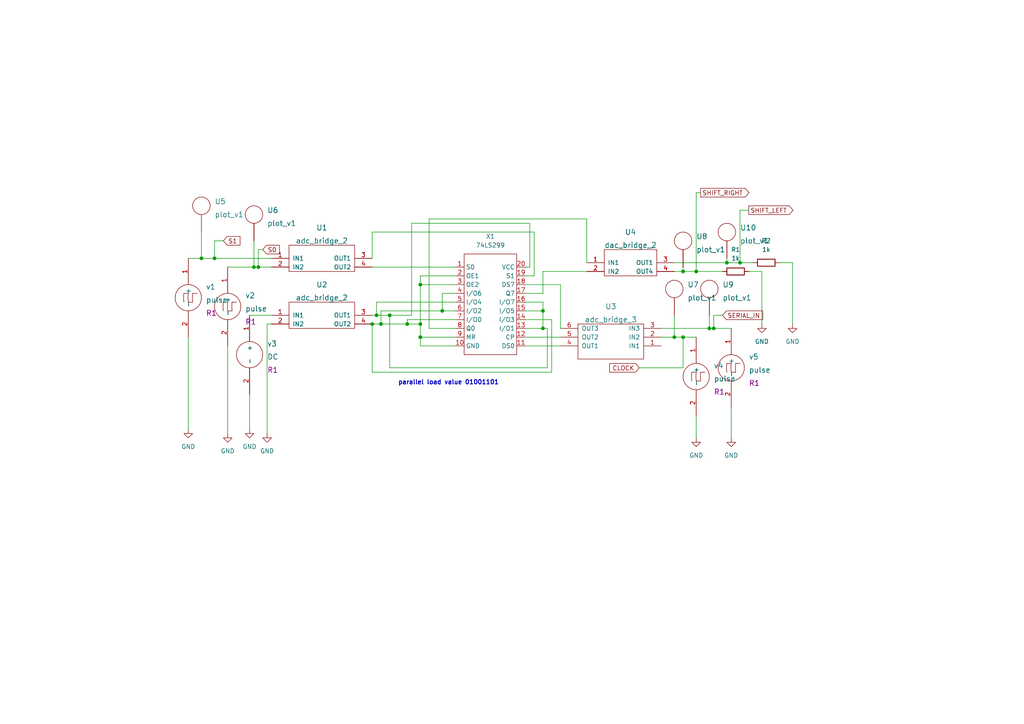
<source format=kicad_sch>
(kicad_sch (version 20211123) (generator eeschema)

  (uuid 4ee556b6-cad1-47df-808c-a35f680ef06c)

  (paper "A4")

  (lib_symbols
    (symbol "eSim_Devices:resistor" (pin_numbers hide) (pin_names (offset 0)) (in_bom yes) (on_board yes)
      (property "Reference" "R" (id 0) (at 1.27 3.302 0)
        (effects (font (size 1.27 1.27)))
      )
      (property "Value" "resistor" (id 1) (at 1.27 -1.27 0)
        (effects (font (size 1.27 1.27)))
      )
      (property "Footprint" "" (id 2) (at 1.27 -0.508 0)
        (effects (font (size 0.762 0.762)))
      )
      (property "Datasheet" "" (id 3) (at 1.27 1.27 90)
        (effects (font (size 0.762 0.762)))
      )
      (property "ki_fp_filters" "R_* Resistor_*" (id 4) (at 0 0 0)
        (effects (font (size 1.27 1.27)) hide)
      )
      (symbol "resistor_0_1"
        (rectangle (start 3.81 0.254) (end -1.27 2.286)
          (stroke (width 0.254) (type default) (color 0 0 0 0))
          (fill (type none))
        )
      )
      (symbol "resistor_1_1"
        (pin passive line (at -2.54 1.27 0) (length 1.27)
          (name "~" (effects (font (size 1.524 1.524))))
          (number "1" (effects (font (size 1.524 1.524))))
        )
        (pin passive line (at 5.08 1.27 180) (length 1.27)
          (name "~" (effects (font (size 1.524 1.524))))
          (number "2" (effects (font (size 1.524 1.524))))
        )
      )
    )
    (symbol "eSim_Hybrid:adc_bridge_2" (pin_names (offset 1.016)) (in_bom yes) (on_board yes)
      (property "Reference" "U" (id 0) (at 0 0 0)
        (effects (font (size 1.524 1.524)))
      )
      (property "Value" "adc_bridge_2" (id 1) (at 0 3.81 0)
        (effects (font (size 1.524 1.524)))
      )
      (property "Footprint" "" (id 2) (at 0 0 0)
        (effects (font (size 1.524 1.524)))
      )
      (property "Datasheet" "" (id 3) (at 0 0 0)
        (effects (font (size 1.524 1.524)))
      )
      (symbol "adc_bridge_2_0_1"
        (rectangle (start -10.16 5.08) (end 8.89 -2.54)
          (stroke (width 0) (type default) (color 0 0 0 0))
          (fill (type none))
        )
      )
      (symbol "adc_bridge_2_1_1"
        (pin input line (at -15.24 1.27 0) (length 5.08)
          (name "IN1" (effects (font (size 1.27 1.27))))
          (number "1" (effects (font (size 1.27 1.27))))
        )
        (pin input line (at -15.24 -1.27 0) (length 5.08)
          (name "IN2" (effects (font (size 1.27 1.27))))
          (number "2" (effects (font (size 1.27 1.27))))
        )
        (pin output line (at 13.97 1.27 180) (length 5.08)
          (name "OUT1" (effects (font (size 1.27 1.27))))
          (number "3" (effects (font (size 1.27 1.27))))
        )
        (pin output line (at 13.97 -1.27 180) (length 5.08)
          (name "OUT2" (effects (font (size 1.27 1.27))))
          (number "4" (effects (font (size 1.27 1.27))))
        )
      )
    )
    (symbol "eSim_Hybrid:adc_bridge_3" (pin_names (offset 1.016)) (in_bom yes) (on_board yes)
      (property "Reference" "U" (id 0) (at 0 0 0)
        (effects (font (size 1.524 1.524)))
      )
      (property "Value" "adc_bridge_3" (id 1) (at 0 3.81 0)
        (effects (font (size 1.524 1.524)))
      )
      (property "Footprint" "" (id 2) (at 0 0 0)
        (effects (font (size 1.524 1.524)))
      )
      (property "Datasheet" "" (id 3) (at 0 0 0)
        (effects (font (size 1.524 1.524)))
      )
      (symbol "adc_bridge_3_0_1"
        (rectangle (start -10.16 5.08) (end 8.89 -5.08)
          (stroke (width 0) (type default) (color 0 0 0 0))
          (fill (type none))
        )
      )
      (symbol "adc_bridge_3_1_1"
        (pin input line (at -15.24 1.27 0) (length 5.08)
          (name "IN1" (effects (font (size 1.27 1.27))))
          (number "1" (effects (font (size 1.27 1.27))))
        )
        (pin input line (at -15.24 -1.27 0) (length 5.08)
          (name "IN2" (effects (font (size 1.27 1.27))))
          (number "2" (effects (font (size 1.27 1.27))))
        )
        (pin input line (at -15.24 -3.81 0) (length 5.08)
          (name "IN3" (effects (font (size 1.27 1.27))))
          (number "3" (effects (font (size 1.27 1.27))))
        )
        (pin output line (at 13.97 1.27 180) (length 5.08)
          (name "OUT1" (effects (font (size 1.27 1.27))))
          (number "4" (effects (font (size 1.27 1.27))))
        )
        (pin output line (at 13.97 -1.27 180) (length 5.08)
          (name "OUT2" (effects (font (size 1.27 1.27))))
          (number "5" (effects (font (size 1.27 1.27))))
        )
        (pin output line (at 13.97 -3.81 180) (length 5.08)
          (name "OUT3" (effects (font (size 1.27 1.27))))
          (number "6" (effects (font (size 1.27 1.27))))
        )
      )
    )
    (symbol "eSim_Hybrid:dac_bridge_2" (pin_names (offset 1.016)) (in_bom yes) (on_board yes)
      (property "Reference" "U" (id 0) (at 0 0 0)
        (effects (font (size 1.524 1.524)))
      )
      (property "Value" "dac_bridge_2" (id 1) (at 1.27 3.81 0)
        (effects (font (size 1.524 1.524)))
      )
      (property "Footprint" "" (id 2) (at 0 0 0)
        (effects (font (size 1.524 1.524)))
      )
      (property "Datasheet" "" (id 3) (at 0 0 0)
        (effects (font (size 1.524 1.524)))
      )
      (symbol "dac_bridge_2_0_1"
        (rectangle (start -6.35 5.08) (end 8.89 -2.54)
          (stroke (width 0) (type default) (color 0 0 0 0))
          (fill (type none))
        )
      )
      (symbol "dac_bridge_2_1_1"
        (pin input line (at -11.43 1.27 0) (length 5.08)
          (name "IN1" (effects (font (size 1.27 1.27))))
          (number "1" (effects (font (size 1.27 1.27))))
        )
        (pin input line (at -11.43 -1.27 0) (length 5.08)
          (name "IN2" (effects (font (size 1.27 1.27))))
          (number "2" (effects (font (size 1.27 1.27))))
        )
        (pin output line (at 13.97 1.27 180) (length 5.08)
          (name "OUT1" (effects (font (size 1.27 1.27))))
          (number "3" (effects (font (size 1.27 1.27))))
        )
        (pin output line (at 13.97 -1.27 180) (length 5.08)
          (name "OUT4" (effects (font (size 1.27 1.27))))
          (number "4" (effects (font (size 1.27 1.27))))
        )
      )
    )
    (symbol "eSim_Plot:plot_v1" (pin_names (offset 1.016)) (in_bom yes) (on_board yes)
      (property "Reference" "U" (id 0) (at 0 12.7 0)
        (effects (font (size 1.524 1.524)))
      )
      (property "Value" "plot_v1" (id 1) (at 5.08 8.89 0)
        (effects (font (size 1.524 1.524)))
      )
      (property "Footprint" "" (id 2) (at 0 0 0)
        (effects (font (size 1.524 1.524)))
      )
      (property "Datasheet" "" (id 3) (at 0 0 0)
        (effects (font (size 1.524 1.524)))
      )
      (symbol "plot_v1_0_1"
        (circle (center 0 12.7) (radius 2.54)
          (stroke (width 0) (type default) (color 0 0 0 0))
          (fill (type none))
        )
      )
      (symbol "plot_v1_1_1"
        (pin input line (at 0 5.08 90) (length 5.08)
          (name "~" (effects (font (size 1.27 1.27))))
          (number "~" (effects (font (size 1.27 1.27))))
        )
      )
    )
    (symbol "eSim_Power:eSim_GND" (power) (pin_names (offset 0)) (in_bom yes) (on_board yes)
      (property "Reference" "#PWR" (id 0) (at 0 -6.35 0)
        (effects (font (size 1.27 1.27)) hide)
      )
      (property "Value" "eSim_GND" (id 1) (at 0 -3.81 0)
        (effects (font (size 1.27 1.27)))
      )
      (property "Footprint" "" (id 2) (at 0 0 0)
        (effects (font (size 1.27 1.27)) hide)
      )
      (property "Datasheet" "" (id 3) (at 0 0 0)
        (effects (font (size 1.27 1.27)) hide)
      )
      (symbol "eSim_GND_0_1"
        (polyline
          (pts
            (xy 0 0)
            (xy 0 -1.27)
            (xy 1.27 -1.27)
            (xy 0 -2.54)
            (xy -1.27 -1.27)
            (xy 0 -1.27)
          )
          (stroke (width 0) (type default) (color 0 0 0 0))
          (fill (type none))
        )
      )
      (symbol "eSim_GND_1_1"
        (pin power_in line (at 0 0 270) (length 0) hide
          (name "GND" (effects (font (size 1.27 1.27))))
          (number "1" (effects (font (size 1.27 1.27))))
        )
      )
    )
    (symbol "eSim_Sources:DC" (pin_names (offset 1.016)) (in_bom yes) (on_board yes)
      (property "Reference" "v" (id 0) (at -5.08 2.54 0)
        (effects (font (size 1.524 1.524)))
      )
      (property "Value" "DC" (id 1) (at -5.08 -1.27 0)
        (effects (font (size 1.524 1.524)))
      )
      (property "Footprint" "R1" (id 2) (at -7.62 0 0)
        (effects (font (size 1.524 1.524)))
      )
      (property "Datasheet" "" (id 3) (at 0 0 0)
        (effects (font (size 1.524 1.524)))
      )
      (property "ki_fp_filters" "1_pin" (id 4) (at 0 0 0)
        (effects (font (size 1.27 1.27)) hide)
      )
      (symbol "DC_0_1"
        (circle (center 0 0) (radius 3.81)
          (stroke (width 0) (type default) (color 0 0 0 0))
          (fill (type none))
        )
      )
      (symbol "DC_1_1"
        (pin power_out line (at 0 11.43 270) (length 7.62)
          (name "+" (effects (font (size 1.27 1.27))))
          (number "1" (effects (font (size 1.27 1.27))))
        )
        (pin power_out line (at 0 -11.43 90) (length 7.62)
          (name "-" (effects (font (size 1.27 1.27))))
          (number "2" (effects (font (size 1.27 1.27))))
        )
      )
    )
    (symbol "eSim_Sources:pulse" (pin_names (offset 1.016)) (in_bom yes) (on_board yes)
      (property "Reference" "v" (id 0) (at -5.08 2.54 0)
        (effects (font (size 1.524 1.524)))
      )
      (property "Value" "pulse" (id 1) (at -5.08 -1.27 0)
        (effects (font (size 1.524 1.524)))
      )
      (property "Footprint" "R1" (id 2) (at -7.62 0 0)
        (effects (font (size 1.524 1.524)))
      )
      (property "Datasheet" "" (id 3) (at 0 0 0)
        (effects (font (size 1.524 1.524)))
      )
      (property "ki_fp_filters" "1_pin" (id 4) (at 0 0 0)
        (effects (font (size 1.27 1.27)) hide)
      )
      (symbol "pulse_0_1"
        (arc (start -1.27 1.27) (mid -1.3491 0) (end -1.27 -1.27)
          (stroke (width 0) (type default) (color 0 0 0 0))
          (fill (type none))
        )
        (arc (start 0 -1.27) (mid 0.635 -1.2876) (end 1.27 -1.27)
          (stroke (width 0) (type default) (color 0 0 0 0))
          (fill (type none))
        )
        (circle (center 0 0) (radius 3.81)
          (stroke (width 0) (type default) (color 0 0 0 0))
          (fill (type none))
        )
        (arc (start 0 1.27) (mid -0.635 1.2859) (end -1.27 1.27)
          (stroke (width 0) (type default) (color 0 0 0 0))
          (fill (type none))
        )
        (arc (start 0 1.27) (mid -0.0703 0) (end 0 -1.27)
          (stroke (width 0) (type default) (color 0 0 0 0))
          (fill (type none))
        )
        (arc (start 1.27 1.27) (mid 1.2124 0) (end 1.27 -1.27)
          (stroke (width 0) (type default) (color 0 0 0 0))
          (fill (type none))
        )
        (arc (start 1.27 1.27) (mid 1.905 1.2556) (end 2.54 1.27)
          (stroke (width 0) (type default) (color 0 0 0 0))
          (fill (type none))
        )
      )
      (symbol "pulse_1_1"
        (pin passive line (at 0 11.43 270) (length 7.62)
          (name "+" (effects (font (size 1.27 1.27))))
          (number "1" (effects (font (size 1.27 1.27))))
        )
        (pin passive line (at 0 -11.43 90) (length 7.62)
          (name "-" (effects (font (size 1.27 1.27))))
          (number "2" (effects (font (size 1.27 1.27))))
        )
      )
    )
    (symbol "eSim_Subckt:74LS299" (in_bom yes) (on_board yes)
      (property "Reference" "X" (id 0) (at 0 -8.89 0)
        (effects (font (size 1.27 1.27)))
      )
      (property "Value" "74LS299" (id 1) (at 0 22.86 0)
        (effects (font (size 1.27 1.27)))
      )
      (property "Footprint" "" (id 2) (at 0 0 0)
        (effects (font (size 1.27 1.27)) hide)
      )
      (property "Datasheet" "" (id 3) (at 0 0 0)
        (effects (font (size 1.27 1.27)) hide)
      )
      (symbol "74LS299_0_1"
        (rectangle (start -7.62 21.59) (end 7.62 -7.62)
          (stroke (width 0) (type default) (color 0 0 0 0))
          (fill (type none))
        )
      )
      (symbol "74LS299_1_1"
        (pin input line (at -10.16 17.78 0) (length 2.54)
          (name "S0" (effects (font (size 1.27 1.27))))
          (number "1" (effects (font (size 1.27 1.27))))
        )
        (pin input line (at -10.16 -5.08 0) (length 2.54)
          (name "GND" (effects (font (size 1.27 1.27))))
          (number "10" (effects (font (size 1.27 1.27))))
        )
        (pin input line (at 10.16 -5.08 180) (length 2.54)
          (name "DS0" (effects (font (size 1.27 1.27))))
          (number "11" (effects (font (size 1.27 1.27))))
        )
        (pin input line (at 10.16 -2.54 180) (length 2.54)
          (name "CP" (effects (font (size 1.27 1.27))))
          (number "12" (effects (font (size 1.27 1.27))))
        )
        (pin input line (at 10.16 0 180) (length 2.54)
          (name "I/O1" (effects (font (size 1.27 1.27))))
          (number "13" (effects (font (size 1.27 1.27))))
        )
        (pin input line (at 10.16 2.54 180) (length 2.54)
          (name "I/O3" (effects (font (size 1.27 1.27))))
          (number "14" (effects (font (size 1.27 1.27))))
        )
        (pin input line (at 10.16 5.08 180) (length 2.54)
          (name "I/O5" (effects (font (size 1.27 1.27))))
          (number "15" (effects (font (size 1.27 1.27))))
        )
        (pin input line (at 10.16 7.62 180) (length 2.54)
          (name "I/O7" (effects (font (size 1.27 1.27))))
          (number "16" (effects (font (size 1.27 1.27))))
        )
        (pin output line (at 10.16 10.16 180) (length 2.54)
          (name "Q7" (effects (font (size 1.27 1.27))))
          (number "17" (effects (font (size 1.27 1.27))))
        )
        (pin input line (at 10.16 12.7 180) (length 2.54)
          (name "DS7" (effects (font (size 1.27 1.27))))
          (number "18" (effects (font (size 1.27 1.27))))
        )
        (pin input line (at 10.16 15.24 180) (length 2.54)
          (name "S1" (effects (font (size 1.27 1.27))))
          (number "19" (effects (font (size 1.27 1.27))))
        )
        (pin input line (at -10.16 15.24 0) (length 2.54)
          (name "OE1" (effects (font (size 1.27 1.27))))
          (number "2" (effects (font (size 1.27 1.27))))
        )
        (pin input line (at 10.16 17.78 180) (length 2.54)
          (name "VCC" (effects (font (size 1.27 1.27))))
          (number "20" (effects (font (size 1.27 1.27))))
        )
        (pin input line (at -10.16 12.7 0) (length 2.54)
          (name "OE2" (effects (font (size 1.27 1.27))))
          (number "3" (effects (font (size 1.27 1.27))))
        )
        (pin input line (at -10.16 10.16 0) (length 2.54)
          (name "I/O6" (effects (font (size 1.27 1.27))))
          (number "4" (effects (font (size 1.27 1.27))))
        )
        (pin input line (at -10.16 7.62 0) (length 2.54)
          (name "I/O4" (effects (font (size 1.27 1.27))))
          (number "5" (effects (font (size 1.27 1.27))))
        )
        (pin input line (at -10.16 5.08 0) (length 2.54)
          (name "I/O2" (effects (font (size 1.27 1.27))))
          (number "6" (effects (font (size 1.27 1.27))))
        )
        (pin input line (at -10.16 2.54 0) (length 2.54)
          (name "I/O0" (effects (font (size 1.27 1.27))))
          (number "7" (effects (font (size 1.27 1.27))))
        )
        (pin output line (at -10.16 0 0) (length 2.54)
          (name "Q0" (effects (font (size 1.27 1.27))))
          (number "8" (effects (font (size 1.27 1.27))))
        )
        (pin input line (at -10.16 -2.54 0) (length 2.54)
          (name "MR" (effects (font (size 1.27 1.27))))
          (number "9" (effects (font (size 1.27 1.27))))
        )
      )
    )
  )


  (junction (at 58.42 74.93) (diameter 0) (color 0 0 0 0)
    (uuid 0869adca-52ce-40bf-8663-c143902423a7)
  )
  (junction (at 205.74 95.25) (diameter 0) (color 0 0 0 0)
    (uuid 1f014f49-7245-4df4-8049-8585cc98d79c)
  )
  (junction (at 113.03 91.44) (diameter 0) (color 0 0 0 0)
    (uuid 24f664f6-4718-413c-aca7-bb156f8ca5fb)
  )
  (junction (at 198.12 78.74) (diameter 0) (color 0 0 0 0)
    (uuid 2e30943e-626a-42c8-9dd2-79223ea9af38)
  )
  (junction (at 107.95 93.98) (diameter 0) (color 0 0 0 0)
    (uuid 47693fbe-58c7-4b9c-9f23-c0abe1a1142b)
  )
  (junction (at 157.48 90.17) (diameter 0) (color 0 0 0 0)
    (uuid 481ea56b-44cc-475a-ab76-ae4365c9c24e)
  )
  (junction (at 118.11 93.98) (diameter 0) (color 0 0 0 0)
    (uuid 53b4796f-e8c9-4db9-a61a-759f1f99246f)
  )
  (junction (at 207.01 95.25) (diameter 0) (color 0 0 0 0)
    (uuid 5ed65c58-6cd8-4d08-b9d1-928ed66c3286)
  )
  (junction (at 62.23 74.93) (diameter 0) (color 0 0 0 0)
    (uuid 5fd3c16d-a551-4bb9-a313-975a36ef3280)
  )
  (junction (at 195.58 97.79) (diameter 0) (color 0 0 0 0)
    (uuid 665d8eb4-76a4-4072-9374-31234a13f678)
  )
  (junction (at 74.93 77.47) (diameter 0) (color 0 0 0 0)
    (uuid 68be0f7e-cd3c-42dc-8616-dea509ef6518)
  )
  (junction (at 201.93 78.74) (diameter 0) (color 0 0 0 0)
    (uuid 6e45e399-4c22-4ee4-bea1-88fb25cce455)
  )
  (junction (at 73.66 77.47) (diameter 0) (color 0 0 0 0)
    (uuid 8234498e-4a17-48d0-a10b-cf6ef7c4cffe)
  )
  (junction (at 121.92 82.55) (diameter 0) (color 0 0 0 0)
    (uuid 86d50826-7d18-4102-b8aa-c9fb6d5813ab)
  )
  (junction (at 121.92 97.79) (diameter 0) (color 0 0 0 0)
    (uuid 9117a05d-3f86-46cc-a3f0-23917529180e)
  )
  (junction (at 121.92 93.98) (diameter 0) (color 0 0 0 0)
    (uuid aa77a828-f2a4-4483-adfb-daf8f300c747)
  )
  (junction (at 110.49 93.98) (diameter 0) (color 0 0 0 0)
    (uuid b8dbcc4f-a0ff-4b3c-b22c-5c35219eb0f6)
  )
  (junction (at 214.63 76.2) (diameter 0) (color 0 0 0 0)
    (uuid b9843710-087a-4f9b-8e4b-6d3d9e2619de)
  )
  (junction (at 109.22 91.44) (diameter 0) (color 0 0 0 0)
    (uuid c16192c4-e522-49ec-b121-b819fbd995d4)
  )
  (junction (at 128.27 90.17) (diameter 0) (color 0 0 0 0)
    (uuid dee43880-d5e9-45c1-941e-159e10faa647)
  )
  (junction (at 198.12 97.79) (diameter 0) (color 0 0 0 0)
    (uuid e3d8c4f9-4987-466b-afb0-333e212bc108)
  )
  (junction (at 210.82 76.2) (diameter 0) (color 0 0 0 0)
    (uuid ee3a0c24-db85-4b35-8050-448d61cf5c75)
  )
  (junction (at 157.48 95.25) (diameter 0) (color 0 0 0 0)
    (uuid fb50efad-aa4c-41e6-8bcc-a4d1ab05c3c9)
  )

  (wire (pts (xy 152.4 92.71) (xy 160.02 92.71))
    (stroke (width 0) (type default) (color 0 0 0 0))
    (uuid 02bdb1a7-abf4-4bb1-8621-b93a9b91517d)
  )
  (wire (pts (xy 118.11 92.71) (xy 118.11 93.98))
    (stroke (width 0) (type default) (color 0 0 0 0))
    (uuid 03478c3e-2680-40d8-90ee-42d4c827c7fe)
  )
  (wire (pts (xy 152.4 90.17) (xy 157.48 90.17))
    (stroke (width 0) (type default) (color 0 0 0 0))
    (uuid 03a38afe-268f-47d5-9669-328fa81d6494)
  )
  (wire (pts (xy 113.03 91.44) (xy 119.38 91.44))
    (stroke (width 0) (type default) (color 0 0 0 0))
    (uuid 06cce8ea-3e11-432a-b702-cda9099b8ccc)
  )
  (wire (pts (xy 220.98 78.74) (xy 220.98 93.98))
    (stroke (width 0) (type default) (color 0 0 0 0))
    (uuid 07f7cadf-76cf-456e-befa-7351885ad46f)
  )
  (wire (pts (xy 121.92 82.55) (xy 121.92 80.01))
    (stroke (width 0) (type default) (color 0 0 0 0))
    (uuid 0ac03e9f-8b11-4c67-a8f6-91d7e28c3900)
  )
  (wire (pts (xy 107.95 77.47) (xy 132.08 77.47))
    (stroke (width 0) (type default) (color 0 0 0 0))
    (uuid 0dc18323-c4f9-484e-94bf-cb15b98dfbc4)
  )
  (wire (pts (xy 153.67 64.77) (xy 153.67 77.47))
    (stroke (width 0) (type default) (color 0 0 0 0))
    (uuid 0f408729-69d9-42c8-ace3-b25a79a00b87)
  )
  (wire (pts (xy 201.93 55.88) (xy 201.93 78.74))
    (stroke (width 0) (type default) (color 0 0 0 0))
    (uuid 11d9e08f-32a2-4d2a-b017-4051768b5245)
  )
  (wire (pts (xy 217.17 78.74) (xy 220.98 78.74))
    (stroke (width 0) (type default) (color 0 0 0 0))
    (uuid 136b32e2-1d14-4f59-be72-3cb3d5cedcb8)
  )
  (wire (pts (xy 214.63 60.96) (xy 214.63 76.2))
    (stroke (width 0) (type default) (color 0 0 0 0))
    (uuid 1381495e-bf05-4716-8bd6-540e8d075892)
  )
  (wire (pts (xy 119.38 91.44) (xy 119.38 64.77))
    (stroke (width 0) (type default) (color 0 0 0 0))
    (uuid 1824aa10-9e34-4a3b-8ce9-d9884a6ee495)
  )
  (wire (pts (xy 152.4 100.33) (xy 162.56 100.33))
    (stroke (width 0) (type default) (color 0 0 0 0))
    (uuid 1da464a0-d4e4-4a92-8fe8-df7dd5be8bee)
  )
  (wire (pts (xy 121.92 100.33) (xy 121.92 97.79))
    (stroke (width 0) (type default) (color 0 0 0 0))
    (uuid 1e4ec582-4629-45af-928b-7e26f2e8a1ad)
  )
  (wire (pts (xy 107.95 67.31) (xy 154.94 67.31))
    (stroke (width 0) (type default) (color 0 0 0 0))
    (uuid 1f0abe51-488b-45e1-a897-c93ab1f4f9a0)
  )
  (wire (pts (xy 109.22 91.44) (xy 113.03 91.44))
    (stroke (width 0) (type default) (color 0 0 0 0))
    (uuid 203ae136-11ed-4d46-819e-82d338d69be3)
  )
  (wire (pts (xy 107.95 93.98) (xy 110.49 93.98))
    (stroke (width 0) (type default) (color 0 0 0 0))
    (uuid 21d0fd28-bcea-401d-b033-0eddac352cf0)
  )
  (wire (pts (xy 214.63 76.2) (xy 218.44 76.2))
    (stroke (width 0) (type default) (color 0 0 0 0))
    (uuid 268f4fce-a7c7-4485-afb9-85cbf5b35540)
  )
  (wire (pts (xy 212.09 118.11) (xy 212.09 127))
    (stroke (width 0) (type default) (color 0 0 0 0))
    (uuid 291eff16-4ff2-4160-8fef-a9d4b6e40cd6)
  )
  (wire (pts (xy 198.12 77.47) (xy 198.12 78.74))
    (stroke (width 0) (type default) (color 0 0 0 0))
    (uuid 293241fe-7cb4-45dd-9149-806c73db93e7)
  )
  (wire (pts (xy 229.87 76.2) (xy 229.87 93.98))
    (stroke (width 0) (type default) (color 0 0 0 0))
    (uuid 2cd3822c-06b3-4591-a3f6-5539417477fb)
  )
  (wire (pts (xy 195.58 78.74) (xy 198.12 78.74))
    (stroke (width 0) (type default) (color 0 0 0 0))
    (uuid 2f078bbd-1917-4e4f-b099-c69ae093fd22)
  )
  (wire (pts (xy 191.77 95.25) (xy 205.74 95.25))
    (stroke (width 0) (type default) (color 0 0 0 0))
    (uuid 32f76b9c-7290-4a74-8a13-925fea4208d5)
  )
  (wire (pts (xy 132.08 95.25) (xy 124.46 95.25))
    (stroke (width 0) (type default) (color 0 0 0 0))
    (uuid 350285d7-bfb9-4a1f-8d65-8392ba61d5c7)
  )
  (wire (pts (xy 121.92 97.79) (xy 132.08 97.79))
    (stroke (width 0) (type default) (color 0 0 0 0))
    (uuid 385e46ba-41ad-4786-88de-8392bc587f6e)
  )
  (wire (pts (xy 195.58 91.44) (xy 195.58 97.79))
    (stroke (width 0) (type default) (color 0 0 0 0))
    (uuid 3c18c8de-696a-4e38-b2f6-5d0d5e646257)
  )
  (wire (pts (xy 210.82 74.93) (xy 210.82 76.2))
    (stroke (width 0) (type default) (color 0 0 0 0))
    (uuid 3fe4b6f1-98b3-4d24-906d-7e111951e1e0)
  )
  (wire (pts (xy 54.61 74.93) (xy 58.42 74.93))
    (stroke (width 0) (type default) (color 0 0 0 0))
    (uuid 400f3322-f62d-47e0-ade1-f9236fad846a)
  )
  (wire (pts (xy 152.4 97.79) (xy 162.56 97.79))
    (stroke (width 0) (type default) (color 0 0 0 0))
    (uuid 426c073b-46cc-4098-9345-09182b688af9)
  )
  (wire (pts (xy 132.08 87.63) (xy 109.22 87.63))
    (stroke (width 0) (type default) (color 0 0 0 0))
    (uuid 4444fcc6-f4ea-4267-b716-1ce9b8f1c26d)
  )
  (wire (pts (xy 66.04 77.47) (xy 73.66 77.47))
    (stroke (width 0) (type default) (color 0 0 0 0))
    (uuid 46368950-6075-4000-b9e0-7fae980c2933)
  )
  (wire (pts (xy 154.94 80.01) (xy 152.4 80.01))
    (stroke (width 0) (type default) (color 0 0 0 0))
    (uuid 46bad267-7944-4ec9-a50c-fc71cb351847)
  )
  (wire (pts (xy 72.39 91.44) (xy 78.74 91.44))
    (stroke (width 0) (type default) (color 0 0 0 0))
    (uuid 4793e47c-ab6d-4c4c-bc97-9fe4acc6f87b)
  )
  (wire (pts (xy 154.94 67.31) (xy 154.94 80.01))
    (stroke (width 0) (type default) (color 0 0 0 0))
    (uuid 4cbb392f-861b-476f-aa5c-8dad45fbc1dc)
  )
  (wire (pts (xy 62.23 74.93) (xy 78.74 74.93))
    (stroke (width 0) (type default) (color 0 0 0 0))
    (uuid 4ddb96c2-74d4-445f-853c-46828d9a3a60)
  )
  (wire (pts (xy 121.92 93.98) (xy 121.92 82.55))
    (stroke (width 0) (type default) (color 0 0 0 0))
    (uuid 523cc87a-f641-437f-beb4-7f16aa4b416e)
  )
  (wire (pts (xy 109.22 87.63) (xy 109.22 91.44))
    (stroke (width 0) (type default) (color 0 0 0 0))
    (uuid 53abeaf9-1df3-4560-a5cf-5d26de87efe5)
  )
  (wire (pts (xy 73.66 69.85) (xy 73.66 77.47))
    (stroke (width 0) (type default) (color 0 0 0 0))
    (uuid 56b82976-c6bc-4150-ae08-23636b0516df)
  )
  (wire (pts (xy 210.82 76.2) (xy 214.63 76.2))
    (stroke (width 0) (type default) (color 0 0 0 0))
    (uuid 57a1f510-63b8-4bfa-ac63-b448d1adb82d)
  )
  (wire (pts (xy 110.49 93.98) (xy 118.11 93.98))
    (stroke (width 0) (type default) (color 0 0 0 0))
    (uuid 5923b7b1-1e6b-40b5-a43c-647ef349eca1)
  )
  (wire (pts (xy 132.08 85.09) (xy 128.27 85.09))
    (stroke (width 0) (type default) (color 0 0 0 0))
    (uuid 5bdf1b01-4ced-4921-abf9-dc3d38f1bd8c)
  )
  (wire (pts (xy 158.75 95.25) (xy 158.75 106.68))
    (stroke (width 0) (type default) (color 0 0 0 0))
    (uuid 62096b2c-e6ae-4ce3-a488-b2b815fa1525)
  )
  (wire (pts (xy 64.77 69.85) (xy 62.23 69.85))
    (stroke (width 0) (type default) (color 0 0 0 0))
    (uuid 656a7b33-c580-431b-ba36-c6440c098705)
  )
  (wire (pts (xy 128.27 90.17) (xy 110.49 90.17))
    (stroke (width 0) (type default) (color 0 0 0 0))
    (uuid 66bb9fab-78c6-453c-89ec-0328436edc67)
  )
  (wire (pts (xy 217.17 60.96) (xy 214.63 60.96))
    (stroke (width 0) (type default) (color 0 0 0 0))
    (uuid 6c0921bc-00bf-448c-9a15-85cf19ae637f)
  )
  (wire (pts (xy 119.38 64.77) (xy 153.67 64.77))
    (stroke (width 0) (type default) (color 0 0 0 0))
    (uuid 704ec005-c0b4-4f2c-a0ae-e3d5abd32c1f)
  )
  (wire (pts (xy 110.49 90.17) (xy 110.49 93.98))
    (stroke (width 0) (type default) (color 0 0 0 0))
    (uuid 724c32c9-84a4-425c-98d7-94cf924446cb)
  )
  (wire (pts (xy 124.46 95.25) (xy 124.46 63.5))
    (stroke (width 0) (type default) (color 0 0 0 0))
    (uuid 74489374-a489-4462-893e-e6808ac736ef)
  )
  (wire (pts (xy 121.92 80.01) (xy 132.08 80.01))
    (stroke (width 0) (type default) (color 0 0 0 0))
    (uuid 77df6899-a2ae-4a14-af09-f3bde0f39486)
  )
  (wire (pts (xy 152.4 87.63) (xy 157.48 87.63))
    (stroke (width 0) (type default) (color 0 0 0 0))
    (uuid 7dd4a1e9-8691-4424-8494-671a2f84fda6)
  )
  (wire (pts (xy 58.42 67.31) (xy 58.42 74.93))
    (stroke (width 0) (type default) (color 0 0 0 0))
    (uuid 7ed9bf2f-1a9e-4f97-8254-db3cbe8a42fd)
  )
  (wire (pts (xy 72.39 114.3) (xy 72.39 124.46))
    (stroke (width 0) (type default) (color 0 0 0 0))
    (uuid 82e3d151-05cf-442f-ab21-e23083dbbb67)
  )
  (wire (pts (xy 209.55 91.44) (xy 207.01 91.44))
    (stroke (width 0) (type default) (color 0 0 0 0))
    (uuid 852356da-959d-419e-8210-951fbe8e140f)
  )
  (wire (pts (xy 107.95 107.95) (xy 160.02 107.95))
    (stroke (width 0) (type default) (color 0 0 0 0))
    (uuid 85dae609-46c0-49cb-8e9e-0df2ce5bc685)
  )
  (wire (pts (xy 107.95 91.44) (xy 109.22 91.44))
    (stroke (width 0) (type default) (color 0 0 0 0))
    (uuid 870c7141-c7d4-4a93-bedd-3a79b35bde53)
  )
  (wire (pts (xy 195.58 76.2) (xy 210.82 76.2))
    (stroke (width 0) (type default) (color 0 0 0 0))
    (uuid 8d58d5eb-7f68-4eab-bcae-95c14cc31e5a)
  )
  (wire (pts (xy 66.04 100.33) (xy 66.04 125.73))
    (stroke (width 0) (type default) (color 0 0 0 0))
    (uuid 9100c0c3-043a-42a9-b5c5-a8ea1c9e4719)
  )
  (wire (pts (xy 74.93 77.47) (xy 78.74 77.47))
    (stroke (width 0) (type default) (color 0 0 0 0))
    (uuid 91f97dad-177d-41a9-94d0-e5ce88b30dce)
  )
  (wire (pts (xy 157.48 95.25) (xy 158.75 95.25))
    (stroke (width 0) (type default) (color 0 0 0 0))
    (uuid 9229d56e-7282-4625-9df4-665b5454632f)
  )
  (wire (pts (xy 152.4 82.55) (xy 162.56 82.55))
    (stroke (width 0) (type default) (color 0 0 0 0))
    (uuid 9251f8de-b531-45ab-afdb-92abbb3d443b)
  )
  (wire (pts (xy 157.48 87.63) (xy 157.48 90.17))
    (stroke (width 0) (type default) (color 0 0 0 0))
    (uuid 9490c736-a514-42d5-b0ff-579595b40f2d)
  )
  (wire (pts (xy 152.4 85.09) (xy 157.48 85.09))
    (stroke (width 0) (type default) (color 0 0 0 0))
    (uuid 958f8f62-0a9f-49c7-8553-92134b58c131)
  )
  (wire (pts (xy 191.77 97.79) (xy 195.58 97.79))
    (stroke (width 0) (type default) (color 0 0 0 0))
    (uuid 96848412-c9c5-472a-9829-45ee6fdc0098)
  )
  (wire (pts (xy 107.95 74.93) (xy 107.95 67.31))
    (stroke (width 0) (type default) (color 0 0 0 0))
    (uuid 975d31a5-d8d8-4274-87e0-e5af79cbdad0)
  )
  (wire (pts (xy 162.56 82.55) (xy 162.56 95.25))
    (stroke (width 0) (type default) (color 0 0 0 0))
    (uuid 9a1d2270-5027-4522-95e3-f9620d90d80f)
  )
  (wire (pts (xy 157.48 78.74) (xy 170.18 78.74))
    (stroke (width 0) (type default) (color 0 0 0 0))
    (uuid 9e8a620c-1e54-47ea-8649-68c96434d092)
  )
  (wire (pts (xy 128.27 85.09) (xy 128.27 90.17))
    (stroke (width 0) (type default) (color 0 0 0 0))
    (uuid a08965e4-445a-40b9-8987-2a45762affef)
  )
  (wire (pts (xy 121.92 82.55) (xy 132.08 82.55))
    (stroke (width 0) (type default) (color 0 0 0 0))
    (uuid a356f6a5-4c6d-433e-aebb-9d5d25feed1f)
  )
  (wire (pts (xy 62.23 69.85) (xy 62.23 74.93))
    (stroke (width 0) (type default) (color 0 0 0 0))
    (uuid a566fda3-92b2-4429-978c-dc07baf171c6)
  )
  (wire (pts (xy 205.74 95.25) (xy 207.01 95.25))
    (stroke (width 0) (type default) (color 0 0 0 0))
    (uuid aaebf67b-fb3d-414b-906d-0d42ff3a511c)
  )
  (wire (pts (xy 198.12 106.68) (xy 198.12 97.79))
    (stroke (width 0) (type default) (color 0 0 0 0))
    (uuid ac1e6c13-c40b-45bc-b92b-eff139adf139)
  )
  (wire (pts (xy 74.93 72.39) (xy 74.93 77.47))
    (stroke (width 0) (type default) (color 0 0 0 0))
    (uuid ad5b98fe-1ea5-49ae-a2f2-632b0d4495a5)
  )
  (wire (pts (xy 132.08 92.71) (xy 118.11 92.71))
    (stroke (width 0) (type default) (color 0 0 0 0))
    (uuid afa28736-9062-4097-a54a-10e149491efc)
  )
  (wire (pts (xy 76.2 72.39) (xy 74.93 72.39))
    (stroke (width 0) (type default) (color 0 0 0 0))
    (uuid afdca3e4-38dd-4f6b-83b7-9dda1a73af4f)
  )
  (wire (pts (xy 132.08 100.33) (xy 121.92 100.33))
    (stroke (width 0) (type default) (color 0 0 0 0))
    (uuid b9940d21-cc98-4d29-9dd2-582bb0e407f1)
  )
  (wire (pts (xy 158.75 106.68) (xy 113.03 106.68))
    (stroke (width 0) (type default) (color 0 0 0 0))
    (uuid bb5fb0d3-12e2-428d-ace8-07981f9945c1)
  )
  (wire (pts (xy 118.11 93.98) (xy 121.92 93.98))
    (stroke (width 0) (type default) (color 0 0 0 0))
    (uuid bdc63246-8ca3-4fc3-83a0-3b60b0a01092)
  )
  (wire (pts (xy 207.01 91.44) (xy 207.01 95.25))
    (stroke (width 0) (type default) (color 0 0 0 0))
    (uuid be9fe757-73a3-4d5b-bc60-cde714bfe543)
  )
  (wire (pts (xy 207.01 95.25) (xy 212.09 95.25))
    (stroke (width 0) (type default) (color 0 0 0 0))
    (uuid bef1b066-eb47-40ec-953f-46ac34a74608)
  )
  (wire (pts (xy 170.18 63.5) (xy 170.18 76.2))
    (stroke (width 0) (type default) (color 0 0 0 0))
    (uuid c361e05d-25af-4dd9-9e18-8a5f76824c0f)
  )
  (wire (pts (xy 226.06 76.2) (xy 229.87 76.2))
    (stroke (width 0) (type default) (color 0 0 0 0))
    (uuid c8741a6f-dce4-460c-8e22-65d2463b9898)
  )
  (wire (pts (xy 153.67 77.47) (xy 152.4 77.47))
    (stroke (width 0) (type default) (color 0 0 0 0))
    (uuid caf6f156-3e57-4453-b89e-b3b6cb5431b9)
  )
  (wire (pts (xy 152.4 95.25) (xy 157.48 95.25))
    (stroke (width 0) (type default) (color 0 0 0 0))
    (uuid cb1e8fb6-53ce-4de2-89b2-5632dc29f8e2)
  )
  (wire (pts (xy 124.46 63.5) (xy 170.18 63.5))
    (stroke (width 0) (type default) (color 0 0 0 0))
    (uuid cb568dba-6011-4998-8834-85486ccbb154)
  )
  (wire (pts (xy 205.74 91.44) (xy 205.74 95.25))
    (stroke (width 0) (type default) (color 0 0 0 0))
    (uuid cbf683a4-7cd9-4826-b4e9-55b5ad0d6db5)
  )
  (wire (pts (xy 198.12 78.74) (xy 201.93 78.74))
    (stroke (width 0) (type default) (color 0 0 0 0))
    (uuid cc3c2e7d-7bf9-46f8-9f3e-5bfb6bfe915b)
  )
  (wire (pts (xy 195.58 97.79) (xy 198.12 97.79))
    (stroke (width 0) (type default) (color 0 0 0 0))
    (uuid cd390d05-58bf-41e9-9682-25b2bcd66634)
  )
  (wire (pts (xy 77.47 93.98) (xy 78.74 93.98))
    (stroke (width 0) (type default) (color 0 0 0 0))
    (uuid d439c979-737b-432b-94a9-11f9992ad9ef)
  )
  (wire (pts (xy 201.93 78.74) (xy 209.55 78.74))
    (stroke (width 0) (type default) (color 0 0 0 0))
    (uuid d7f639ce-62d3-4acc-a41f-76543ba8864b)
  )
  (wire (pts (xy 54.61 97.79) (xy 54.61 124.46))
    (stroke (width 0) (type default) (color 0 0 0 0))
    (uuid dd52377a-f4b0-4665-bdbc-10c79432138b)
  )
  (wire (pts (xy 113.03 106.68) (xy 113.03 91.44))
    (stroke (width 0) (type default) (color 0 0 0 0))
    (uuid e1796488-a63c-4112-b49d-2fed5198f3f9)
  )
  (wire (pts (xy 107.95 93.98) (xy 107.95 107.95))
    (stroke (width 0) (type default) (color 0 0 0 0))
    (uuid e307a7a7-9932-4a4f-a3c9-fec34f0b5b72)
  )
  (wire (pts (xy 157.48 90.17) (xy 157.48 95.25))
    (stroke (width 0) (type default) (color 0 0 0 0))
    (uuid e457e4da-d160-46d5-ae26-11dc383ecbca)
  )
  (wire (pts (xy 185.42 106.68) (xy 198.12 106.68))
    (stroke (width 0) (type default) (color 0 0 0 0))
    (uuid e8eedb1b-7ec5-4402-aab0-5d296cc81547)
  )
  (wire (pts (xy 198.12 97.79) (xy 201.93 97.79))
    (stroke (width 0) (type default) (color 0 0 0 0))
    (uuid e97e2891-9128-4402-b487-d43b20470a84)
  )
  (wire (pts (xy 201.93 120.65) (xy 201.93 127))
    (stroke (width 0) (type default) (color 0 0 0 0))
    (uuid ed127e98-b05d-40c5-b9b0-553078a4cf32)
  )
  (wire (pts (xy 160.02 92.71) (xy 160.02 107.95))
    (stroke (width 0) (type default) (color 0 0 0 0))
    (uuid eebb7ed7-24b3-47d5-b9f6-f33cd4d144a1)
  )
  (wire (pts (xy 132.08 90.17) (xy 128.27 90.17))
    (stroke (width 0) (type default) (color 0 0 0 0))
    (uuid eec5c4e5-ea94-4e4f-9139-d34c5b7e9dd0)
  )
  (wire (pts (xy 121.92 97.79) (xy 121.92 93.98))
    (stroke (width 0) (type default) (color 0 0 0 0))
    (uuid f31697a0-6b23-4d2d-a375-4e82ecacbf7a)
  )
  (wire (pts (xy 58.42 74.93) (xy 62.23 74.93))
    (stroke (width 0) (type default) (color 0 0 0 0))
    (uuid f5738b8b-54ea-4421-ac6c-bf778bd8a427)
  )
  (wire (pts (xy 203.2 55.88) (xy 201.93 55.88))
    (stroke (width 0) (type default) (color 0 0 0 0))
    (uuid f838140d-a130-47a0-a1f1-88f08cb0cdcb)
  )
  (wire (pts (xy 73.66 77.47) (xy 74.93 77.47))
    (stroke (width 0) (type default) (color 0 0 0 0))
    (uuid f945cd72-e256-4ca4-9d9e-f16971a2bfc2)
  )
  (wire (pts (xy 157.48 85.09) (xy 157.48 78.74))
    (stroke (width 0) (type default) (color 0 0 0 0))
    (uuid fb85be20-8654-466f-9b1a-988e7da7ae37)
  )
  (wire (pts (xy 77.47 125.73) (xy 77.47 93.98))
    (stroke (width 0) (type default) (color 0 0 0 0))
    (uuid fbc40928-b99b-485c-8d70-9c8811a1ab74)
  )

  (text "parallel load value 01001101" (at 144.78 111.76 180)
    (effects (font (size 1.27 1.27) (thickness 0.254) bold) (justify right bottom))
    (uuid 5ee17b54-9505-432d-a63c-f30ab6b42646)
  )

  (global_label "CLOCK" (shape input) (at 185.42 106.68 180) (fields_autoplaced)
    (effects (font (size 1.27 1.27)) (justify right))
    (uuid 09dc51bf-67f0-4b25-bcf1-a21f8ce5aa8d)
    (property "Intersheet References" "${INTERSHEET_REFS}" (id 0) (at 176.8383 106.7594 0)
      (effects (font (size 1.27 1.27)) (justify right) hide)
    )
  )
  (global_label "SERIAL_IN" (shape input) (at 209.55 91.44 0) (fields_autoplaced)
    (effects (font (size 1.27 1.27)) (justify left))
    (uuid 59050e09-ebbe-4549-9f9c-fd8444b38a65)
    (property "Intersheet References" "${INTERSHEET_REFS}" (id 0) (at 221.216 91.3606 0)
      (effects (font (size 1.27 1.27)) (justify left) hide)
    )
  )
  (global_label "S0" (shape input) (at 76.2 72.39 0) (fields_autoplaced)
    (effects (font (size 1.27 1.27)) (justify left))
    (uuid 7c6656e8-66fa-4827-9b0e-5f2fccd78bbe)
    (property "Intersheet References" "${INTERSHEET_REFS}" (id 0) (at 81.0321 72.3106 0)
      (effects (font (size 1.27 1.27)) (justify left) hide)
    )
  )
  (global_label "SHIFT_LEFT" (shape output) (at 217.17 60.96 0) (fields_autoplaced)
    (effects (font (size 1.27 1.27)) (justify left))
    (uuid 8a8aa6c7-2f47-4f24-bc75-89cf9c020c5b)
    (property "Intersheet References" "${INTERSHEET_REFS}" (id 0) (at 229.985 60.8806 0)
      (effects (font (size 1.27 1.27)) (justify left) hide)
    )
  )
  (global_label "SHIFT_RIGHT" (shape output) (at 203.2 55.88 0) (fields_autoplaced)
    (effects (font (size 1.27 1.27)) (justify left))
    (uuid c71aa05a-e449-4c53-9430-8f8aa7898aba)
    (property "Intersheet References" "${INTERSHEET_REFS}" (id 0) (at 217.2245 55.8006 0)
      (effects (font (size 1.27 1.27)) (justify left) hide)
    )
  )
  (global_label "S1" (shape input) (at 64.77 69.85 0) (fields_autoplaced)
    (effects (font (size 1.27 1.27)) (justify left))
    (uuid dfea7691-4608-42e3-a74c-93684770c871)
    (property "Intersheet References" "${INTERSHEET_REFS}" (id 0) (at 69.6021 69.7706 0)
      (effects (font (size 1.27 1.27)) (justify left) hide)
    )
  )

  (symbol (lib_id "eSim_Power:eSim_GND") (at 201.93 127 0) (unit 1)
    (in_bom yes) (on_board yes) (fields_autoplaced)
    (uuid 24a2f941-d722-4853-aa56-6342ce4e1aff)
    (property "Reference" "#PWR05" (id 0) (at 201.93 133.35 0)
      (effects (font (size 1.27 1.27)) hide)
    )
    (property "Value" "eSim_GND" (id 1) (at 201.93 132.08 0))
    (property "Footprint" "" (id 2) (at 201.93 127 0)
      (effects (font (size 1.27 1.27)) hide)
    )
    (property "Datasheet" "" (id 3) (at 201.93 127 0)
      (effects (font (size 1.27 1.27)) hide)
    )
    (pin "1" (uuid 6ef92efe-27a8-4419-8a81-45d4257e03c8))
  )

  (symbol (lib_id "eSim_Power:eSim_GND") (at 54.61 124.46 0) (unit 1)
    (in_bom yes) (on_board yes) (fields_autoplaced)
    (uuid 2697e8c3-af14-4c87-833f-8f92c4b30c11)
    (property "Reference" "#PWR01" (id 0) (at 54.61 130.81 0)
      (effects (font (size 1.27 1.27)) hide)
    )
    (property "Value" "eSim_GND" (id 1) (at 54.61 129.54 0))
    (property "Footprint" "" (id 2) (at 54.61 124.46 0)
      (effects (font (size 1.27 1.27)) hide)
    )
    (property "Datasheet" "" (id 3) (at 54.61 124.46 0)
      (effects (font (size 1.27 1.27)) hide)
    )
    (pin "1" (uuid 3fd011cf-96d7-4a4d-b532-7c6746b11c6c))
  )

  (symbol (lib_id "eSim_Devices:resistor") (at 220.98 77.47 0) (unit 1)
    (in_bom yes) (on_board yes) (fields_autoplaced)
    (uuid 2886dc49-7c74-41d8-9142-5b734c9174cc)
    (property "Reference" "R2" (id 0) (at 222.25 69.85 0))
    (property "Value" "1k" (id 1) (at 222.25 72.39 0))
    (property "Footprint" "" (id 2) (at 222.25 77.978 0)
      (effects (font (size 0.762 0.762)))
    )
    (property "Datasheet" "" (id 3) (at 222.25 76.2 90)
      (effects (font (size 0.762 0.762)))
    )
    (pin "1" (uuid 2365a1d2-a5ed-4b66-af35-d7b1dac21598))
    (pin "2" (uuid 6e73bb4b-70b5-48b0-a425-7c04364cee4b))
  )

  (symbol (lib_id "eSim_Devices:resistor") (at 212.09 80.01 0) (unit 1)
    (in_bom yes) (on_board yes) (fields_autoplaced)
    (uuid 302946d1-699a-4ccf-a0ba-dc479e32166f)
    (property "Reference" "R1" (id 0) (at 213.36 72.39 0))
    (property "Value" "1k" (id 1) (at 213.36 74.93 0))
    (property "Footprint" "" (id 2) (at 213.36 80.518 0)
      (effects (font (size 0.762 0.762)))
    )
    (property "Datasheet" "" (id 3) (at 213.36 78.74 90)
      (effects (font (size 0.762 0.762)))
    )
    (pin "1" (uuid 25783e10-0be4-47af-90d9-fa6840c7cbe8))
    (pin "2" (uuid b398ca5a-2103-4247-a0b4-1a070645948c))
  )

  (symbol (lib_id "eSim_Hybrid:dac_bridge_2") (at 181.61 77.47 0) (unit 1)
    (in_bom yes) (on_board yes) (fields_autoplaced)
    (uuid 3fcc3a99-51b3-45ca-afa8-bbe615a62ff8)
    (property "Reference" "U4" (id 0) (at 182.88 67.31 0)
      (effects (font (size 1.524 1.524)))
    )
    (property "Value" "dac_bridge_2" (id 1) (at 182.88 71.12 0)
      (effects (font (size 1.524 1.524)))
    )
    (property "Footprint" "" (id 2) (at 181.61 77.47 0)
      (effects (font (size 1.524 1.524)))
    )
    (property "Datasheet" "" (id 3) (at 181.61 77.47 0)
      (effects (font (size 1.524 1.524)))
    )
    (pin "1" (uuid 657b276f-c624-4cda-a655-460f5b3b91b9))
    (pin "2" (uuid 201b2369-ced9-497c-8d18-07bead69ec50))
    (pin "3" (uuid 3eac90a7-e588-4b16-b732-b433da42d2d1))
    (pin "4" (uuid a2c87840-a33b-48f1-b06e-8bd771e11b52))
  )

  (symbol (lib_id "eSim_Subckt:74LS299") (at 142.24 95.25 0) (unit 1)
    (in_bom yes) (on_board yes) (fields_autoplaced)
    (uuid 45589489-00ae-4045-be30-c123bae04d62)
    (property "Reference" "X1" (id 0) (at 142.24 68.58 0))
    (property "Value" "74LS299" (id 1) (at 142.24 71.12 0))
    (property "Footprint" "" (id 2) (at 142.24 95.25 0)
      (effects (font (size 1.27 1.27)) hide)
    )
    (property "Datasheet" "" (id 3) (at 142.24 95.25 0)
      (effects (font (size 1.27 1.27)) hide)
    )
    (pin "1" (uuid 072dad69-f666-45a9-b643-3190951a8513))
    (pin "10" (uuid 96ce9f7c-2ee7-401c-9467-73bf1a7a45aa))
    (pin "11" (uuid 2a7a8065-7294-4a82-b541-c85e78cb1096))
    (pin "12" (uuid eefc1904-37c0-4d19-8846-1c664a187b9b))
    (pin "13" (uuid f985709d-c4c3-4694-8740-0bd51559db2f))
    (pin "14" (uuid 48ab0ee2-e01e-45dc-8747-c2228bff0d08))
    (pin "15" (uuid 2c57e592-594c-4a9d-9c28-4a7bd3886200))
    (pin "16" (uuid 862e0027-4d27-40e9-8450-1aeb71fc7a54))
    (pin "17" (uuid b237bbc6-d1b8-4065-a344-5c5f0939d91b))
    (pin "18" (uuid 8f4f6203-703f-4a38-b08e-5f289eb9d391))
    (pin "19" (uuid 5050590e-73de-4592-8c8d-97cc0762b714))
    (pin "2" (uuid ba751d0e-beb7-4747-8edf-9e73195662a3))
    (pin "20" (uuid 3ba2e9d6-745e-43dc-8619-27f73c1cd219))
    (pin "3" (uuid 8a1f8fda-f6c2-48ce-b4fa-d675b665c108))
    (pin "4" (uuid 5ffc1732-0ac7-4d50-914d-7e7cc33582f4))
    (pin "5" (uuid 9e44b0c8-47d4-4c66-8e05-a826349b2742))
    (pin "6" (uuid d2767fc3-103c-462d-b1bf-76d653abb841))
    (pin "7" (uuid 39b5a055-7e43-447b-b0ba-4fa32113ca37))
    (pin "8" (uuid 21b411e4-58b0-486e-9415-294a84363e1a))
    (pin "9" (uuid 9ec38187-2a01-46d6-8407-9254ea688635))
  )

  (symbol (lib_id "eSim_Power:eSim_GND") (at 66.04 125.73 0) (unit 1)
    (in_bom yes) (on_board yes) (fields_autoplaced)
    (uuid 5e5f1d64-872a-49e8-88ac-b7e533fefa31)
    (property "Reference" "#PWR02" (id 0) (at 66.04 132.08 0)
      (effects (font (size 1.27 1.27)) hide)
    )
    (property "Value" "eSim_GND" (id 1) (at 66.04 130.81 0))
    (property "Footprint" "" (id 2) (at 66.04 125.73 0)
      (effects (font (size 1.27 1.27)) hide)
    )
    (property "Datasheet" "" (id 3) (at 66.04 125.73 0)
      (effects (font (size 1.27 1.27)) hide)
    )
    (pin "1" (uuid 353f4b5d-223f-4e23-8b2b-da2c3785db62))
  )

  (symbol (lib_id "eSim_Power:eSim_GND") (at 77.47 125.73 0) (unit 1)
    (in_bom yes) (on_board yes) (fields_autoplaced)
    (uuid 66b24d7d-9237-4ed6-b230-2cc36b3636a0)
    (property "Reference" "#PWR04" (id 0) (at 77.47 132.08 0)
      (effects (font (size 1.27 1.27)) hide)
    )
    (property "Value" "eSim_GND" (id 1) (at 77.47 130.81 0))
    (property "Footprint" "" (id 2) (at 77.47 125.73 0)
      (effects (font (size 1.27 1.27)) hide)
    )
    (property "Datasheet" "" (id 3) (at 77.47 125.73 0)
      (effects (font (size 1.27 1.27)) hide)
    )
    (pin "1" (uuid 8fd5537a-2d48-4ce0-937c-33731a349b57))
  )

  (symbol (lib_id "eSim_Power:eSim_GND") (at 212.09 127 0) (unit 1)
    (in_bom yes) (on_board yes) (fields_autoplaced)
    (uuid 6c1be8fb-42a8-4691-8f4b-5b2a41388353)
    (property "Reference" "#PWR06" (id 0) (at 212.09 133.35 0)
      (effects (font (size 1.27 1.27)) hide)
    )
    (property "Value" "eSim_GND" (id 1) (at 212.09 132.08 0))
    (property "Footprint" "" (id 2) (at 212.09 127 0)
      (effects (font (size 1.27 1.27)) hide)
    )
    (property "Datasheet" "" (id 3) (at 212.09 127 0)
      (effects (font (size 1.27 1.27)) hide)
    )
    (pin "1" (uuid 51face3e-2883-4bb9-bacb-6c0245323bd3))
  )

  (symbol (lib_id "eSim_Plot:plot_v1") (at 195.58 96.52 0) (unit 1)
    (in_bom yes) (on_board yes) (fields_autoplaced)
    (uuid 715248c2-bd6a-4229-a74e-fa6228a45482)
    (property "Reference" "U7" (id 0) (at 199.39 82.55 0)
      (effects (font (size 1.524 1.524)) (justify left))
    )
    (property "Value" "plot_v1" (id 1) (at 199.39 86.36 0)
      (effects (font (size 1.524 1.524)) (justify left))
    )
    (property "Footprint" "" (id 2) (at 195.58 96.52 0)
      (effects (font (size 1.524 1.524)))
    )
    (property "Datasheet" "" (id 3) (at 195.58 96.52 0)
      (effects (font (size 1.524 1.524)))
    )
    (pin "~" (uuid 5ab6d468-c9cb-4999-be39-621a4f70e8bd))
  )

  (symbol (lib_id "eSim_Hybrid:adc_bridge_3") (at 176.53 99.06 180) (unit 1)
    (in_bom yes) (on_board yes) (fields_autoplaced)
    (uuid 71ea2d36-bfa5-46fb-8cfe-e4a27d0ef295)
    (property "Reference" "U3" (id 0) (at 177.165 88.9 0)
      (effects (font (size 1.524 1.524)))
    )
    (property "Value" "adc_bridge_3" (id 1) (at 177.165 92.71 0)
      (effects (font (size 1.524 1.524)))
    )
    (property "Footprint" "" (id 2) (at 176.53 99.06 0)
      (effects (font (size 1.524 1.524)))
    )
    (property "Datasheet" "" (id 3) (at 176.53 99.06 0)
      (effects (font (size 1.524 1.524)))
    )
    (pin "1" (uuid 0a552e6f-f9d4-4521-850a-4fcbb2413c55))
    (pin "2" (uuid 81ae2f4f-ae22-4496-a5a4-bee87498308b))
    (pin "3" (uuid f37dbcab-1c83-4d51-b63c-c6c24171244c))
    (pin "4" (uuid 398638d9-1391-40b4-b117-b065955f8485))
    (pin "5" (uuid f73d0f56-a700-4354-afa8-dd235f71eb13))
    (pin "6" (uuid ba7d4745-e224-4482-9caa-d2bbb5788864))
  )

  (symbol (lib_id "eSim_Plot:plot_v1") (at 205.74 96.52 0) (unit 1)
    (in_bom yes) (on_board yes) (fields_autoplaced)
    (uuid 7bc9cbda-a5f4-4baf-8406-31cc36a53f5e)
    (property "Reference" "U9" (id 0) (at 209.55 82.55 0)
      (effects (font (size 1.524 1.524)) (justify left))
    )
    (property "Value" "plot_v1" (id 1) (at 209.55 86.36 0)
      (effects (font (size 1.524 1.524)) (justify left))
    )
    (property "Footprint" "" (id 2) (at 205.74 96.52 0)
      (effects (font (size 1.524 1.524)))
    )
    (property "Datasheet" "" (id 3) (at 205.74 96.52 0)
      (effects (font (size 1.524 1.524)))
    )
    (pin "~" (uuid 0d6c5b10-0eba-4c01-b41a-5da170fead7f))
  )

  (symbol (lib_id "eSim_Power:eSim_GND") (at 220.98 93.98 0) (unit 1)
    (in_bom yes) (on_board yes) (fields_autoplaced)
    (uuid 80cfe44c-8d5e-4f85-b31f-ac1509ee127a)
    (property "Reference" "#PWR07" (id 0) (at 220.98 100.33 0)
      (effects (font (size 1.27 1.27)) hide)
    )
    (property "Value" "eSim_GND" (id 1) (at 220.98 99.06 0))
    (property "Footprint" "" (id 2) (at 220.98 93.98 0)
      (effects (font (size 1.27 1.27)) hide)
    )
    (property "Datasheet" "" (id 3) (at 220.98 93.98 0)
      (effects (font (size 1.27 1.27)) hide)
    )
    (pin "1" (uuid c8d3e81f-abfb-49c2-bc36-2e14ca7d056a))
  )

  (symbol (lib_id "eSim_Power:eSim_GND") (at 72.39 124.46 0) (unit 1)
    (in_bom yes) (on_board yes) (fields_autoplaced)
    (uuid 828a46d2-5ab6-4364-bfe5-4a67e275ed0f)
    (property "Reference" "#PWR03" (id 0) (at 72.39 130.81 0)
      (effects (font (size 1.27 1.27)) hide)
    )
    (property "Value" "eSim_GND" (id 1) (at 72.39 129.54 0))
    (property "Footprint" "" (id 2) (at 72.39 124.46 0)
      (effects (font (size 1.27 1.27)) hide)
    )
    (property "Datasheet" "" (id 3) (at 72.39 124.46 0)
      (effects (font (size 1.27 1.27)) hide)
    )
    (pin "1" (uuid d9373f60-ced2-48f8-9a5e-9c6fb5f18bd9))
  )

  (symbol (lib_id "eSim_Sources:pulse") (at 66.04 88.9 0) (unit 1)
    (in_bom yes) (on_board yes) (fields_autoplaced)
    (uuid 8d514dbd-c613-4556-bf22-af29910c8773)
    (property "Reference" "v2" (id 0) (at 71.12 85.725 0)
      (effects (font (size 1.524 1.524)) (justify left))
    )
    (property "Value" "pulse" (id 1) (at 71.12 89.535 0)
      (effects (font (size 1.524 1.524)) (justify left))
    )
    (property "Footprint" "R1" (id 2) (at 71.12 93.345 0)
      (effects (font (size 1.524 1.524)) (justify left))
    )
    (property "Datasheet" "" (id 3) (at 66.04 88.9 0)
      (effects (font (size 1.524 1.524)))
    )
    (pin "1" (uuid ee7e8725-6cde-45bf-b8ed-863e53f4f470))
    (pin "2" (uuid dbbac138-e326-4a3a-be21-a44c18d0ecae))
  )

  (symbol (lib_id "eSim_Sources:pulse") (at 201.93 109.22 0) (unit 1)
    (in_bom yes) (on_board yes) (fields_autoplaced)
    (uuid a0087595-2626-43c8-9137-b67848bda8f3)
    (property "Reference" "v4" (id 0) (at 207.01 106.045 0)
      (effects (font (size 1.524 1.524)) (justify left))
    )
    (property "Value" "pulse" (id 1) (at 207.01 109.855 0)
      (effects (font (size 1.524 1.524)) (justify left))
    )
    (property "Footprint" "R1" (id 2) (at 207.01 113.665 0)
      (effects (font (size 1.524 1.524)) (justify left))
    )
    (property "Datasheet" "" (id 3) (at 201.93 109.22 0)
      (effects (font (size 1.524 1.524)))
    )
    (pin "1" (uuid 2477cbac-7e7f-45d9-8c09-6f95c44f635f))
    (pin "2" (uuid 38a5e3ac-9a1d-48a1-bf23-61c8747b7182))
  )

  (symbol (lib_id "eSim_Plot:plot_v1") (at 73.66 74.93 0) (unit 1)
    (in_bom yes) (on_board yes) (fields_autoplaced)
    (uuid aef8ed18-0b3b-4c7d-abf0-d075ee1a8397)
    (property "Reference" "U6" (id 0) (at 77.47 60.96 0)
      (effects (font (size 1.524 1.524)) (justify left))
    )
    (property "Value" "plot_v1" (id 1) (at 77.47 64.77 0)
      (effects (font (size 1.524 1.524)) (justify left))
    )
    (property "Footprint" "" (id 2) (at 73.66 74.93 0)
      (effects (font (size 1.524 1.524)))
    )
    (property "Datasheet" "" (id 3) (at 73.66 74.93 0)
      (effects (font (size 1.524 1.524)))
    )
    (pin "~" (uuid 1536175b-e084-49bf-aec3-e5a609da118e))
  )

  (symbol (lib_id "eSim_Hybrid:adc_bridge_2") (at 93.98 76.2 0) (unit 1)
    (in_bom yes) (on_board yes) (fields_autoplaced)
    (uuid b586579f-c060-45fb-9de6-cd4bc4e2a01a)
    (property "Reference" "U1" (id 0) (at 93.345 66.04 0)
      (effects (font (size 1.524 1.524)))
    )
    (property "Value" "adc_bridge_2" (id 1) (at 93.345 69.85 0)
      (effects (font (size 1.524 1.524)))
    )
    (property "Footprint" "" (id 2) (at 93.98 76.2 0)
      (effects (font (size 1.524 1.524)))
    )
    (property "Datasheet" "" (id 3) (at 93.98 76.2 0)
      (effects (font (size 1.524 1.524)))
    )
    (pin "1" (uuid 5a9eb94b-0716-4441-ab79-8301bdd10800))
    (pin "2" (uuid 6e037275-e729-4d1c-93a8-0a43975d9ad9))
    (pin "3" (uuid 66e43567-66a1-4463-9103-3c9a5dfa805a))
    (pin "4" (uuid 733bac08-9d00-4615-8b87-ebee73d7bb5b))
  )

  (symbol (lib_id "eSim_Sources:pulse") (at 54.61 86.36 0) (unit 1)
    (in_bom yes) (on_board yes) (fields_autoplaced)
    (uuid b6146b5b-aef8-4ffd-b4f3-f3a4d0907778)
    (property "Reference" "v1" (id 0) (at 59.69 83.185 0)
      (effects (font (size 1.524 1.524)) (justify left))
    )
    (property "Value" "pulse" (id 1) (at 59.69 86.995 0)
      (effects (font (size 1.524 1.524)) (justify left))
    )
    (property "Footprint" "R1" (id 2) (at 59.69 90.805 0)
      (effects (font (size 1.524 1.524)) (justify left))
    )
    (property "Datasheet" "" (id 3) (at 54.61 86.36 0)
      (effects (font (size 1.524 1.524)))
    )
    (pin "1" (uuid 58e51ef4-f778-4bbb-aaaf-b05b75efb203))
    (pin "2" (uuid 7fc9fe4e-cb32-4013-93c5-20af2f84bbd5))
  )

  (symbol (lib_id "eSim_Sources:DC") (at 72.39 102.87 0) (unit 1)
    (in_bom yes) (on_board yes) (fields_autoplaced)
    (uuid bb99d956-1fda-4a0e-963f-e1ed53cda2d2)
    (property "Reference" "v3" (id 0) (at 77.47 99.695 0)
      (effects (font (size 1.524 1.524)) (justify left))
    )
    (property "Value" "DC" (id 1) (at 77.47 103.505 0)
      (effects (font (size 1.524 1.524)) (justify left))
    )
    (property "Footprint" "R1" (id 2) (at 77.47 107.315 0)
      (effects (font (size 1.524 1.524)) (justify left))
    )
    (property "Datasheet" "" (id 3) (at 72.39 102.87 0)
      (effects (font (size 1.524 1.524)))
    )
    (pin "1" (uuid c0dca4f0-9b86-47cc-b432-773788e3be81))
    (pin "2" (uuid 4f07902a-8e20-46d3-b2e8-5f5a00e5033d))
  )

  (symbol (lib_id "eSim_Hybrid:adc_bridge_2") (at 93.98 92.71 0) (unit 1)
    (in_bom yes) (on_board yes) (fields_autoplaced)
    (uuid bf2a848a-52e4-4190-b6b1-973a91789b44)
    (property "Reference" "U2" (id 0) (at 93.345 82.55 0)
      (effects (font (size 1.524 1.524)))
    )
    (property "Value" "adc_bridge_2" (id 1) (at 93.345 86.36 0)
      (effects (font (size 1.524 1.524)))
    )
    (property "Footprint" "" (id 2) (at 93.98 92.71 0)
      (effects (font (size 1.524 1.524)))
    )
    (property "Datasheet" "" (id 3) (at 93.98 92.71 0)
      (effects (font (size 1.524 1.524)))
    )
    (pin "1" (uuid 534a4856-b693-4dc8-873d-a62b437e4344))
    (pin "2" (uuid f93c6e3b-4562-48ec-9f45-345841bcec86))
    (pin "3" (uuid a15388c7-ac47-4287-a150-1c76a69a0078))
    (pin "4" (uuid 6cb310e9-5d90-4f5d-ab1d-67c836af5044))
  )

  (symbol (lib_id "eSim_Plot:plot_v1") (at 210.82 80.01 0) (unit 1)
    (in_bom yes) (on_board yes) (fields_autoplaced)
    (uuid c24546eb-79fb-47dd-b4e7-c2e27377e87d)
    (property "Reference" "U10" (id 0) (at 214.63 66.04 0)
      (effects (font (size 1.524 1.524)) (justify left))
    )
    (property "Value" "plot_v1" (id 1) (at 214.63 69.85 0)
      (effects (font (size 1.524 1.524)) (justify left))
    )
    (property "Footprint" "" (id 2) (at 210.82 80.01 0)
      (effects (font (size 1.524 1.524)))
    )
    (property "Datasheet" "" (id 3) (at 210.82 80.01 0)
      (effects (font (size 1.524 1.524)))
    )
    (pin "~" (uuid 843e0d12-8cb4-4e58-bf17-cc6ce94bb0a7))
  )

  (symbol (lib_id "eSim_Sources:pulse") (at 212.09 106.68 0) (unit 1)
    (in_bom yes) (on_board yes) (fields_autoplaced)
    (uuid c84bca3b-2127-4df3-aeb2-a630689d637e)
    (property "Reference" "v5" (id 0) (at 217.17 103.505 0)
      (effects (font (size 1.524 1.524)) (justify left))
    )
    (property "Value" "pulse" (id 1) (at 217.17 107.315 0)
      (effects (font (size 1.524 1.524)) (justify left))
    )
    (property "Footprint" "R1" (id 2) (at 217.17 111.125 0)
      (effects (font (size 1.524 1.524)) (justify left))
    )
    (property "Datasheet" "" (id 3) (at 212.09 106.68 0)
      (effects (font (size 1.524 1.524)))
    )
    (pin "1" (uuid 2b9ca5bf-ed6d-4e44-a0eb-cc5bfdd4c42e))
    (pin "2" (uuid f3ca0f49-4e59-46c2-86fc-7954c09aba5f))
  )

  (symbol (lib_id "eSim_Plot:plot_v1") (at 198.12 82.55 0) (unit 1)
    (in_bom yes) (on_board yes) (fields_autoplaced)
    (uuid d12f53fe-173c-45cf-9806-cff2785758b9)
    (property "Reference" "U8" (id 0) (at 201.93 68.58 0)
      (effects (font (size 1.524 1.524)) (justify left))
    )
    (property "Value" "plot_v1" (id 1) (at 201.93 72.39 0)
      (effects (font (size 1.524 1.524)) (justify left))
    )
    (property "Footprint" "" (id 2) (at 198.12 82.55 0)
      (effects (font (size 1.524 1.524)))
    )
    (property "Datasheet" "" (id 3) (at 198.12 82.55 0)
      (effects (font (size 1.524 1.524)))
    )
    (pin "~" (uuid fae748fe-f81e-4353-b1ed-55f400c7b359))
  )

  (symbol (lib_id "eSim_Power:eSim_GND") (at 229.87 93.98 0) (unit 1)
    (in_bom yes) (on_board yes) (fields_autoplaced)
    (uuid eda0af9d-b53d-4389-855c-b6bac3b87938)
    (property "Reference" "#PWR08" (id 0) (at 229.87 100.33 0)
      (effects (font (size 1.27 1.27)) hide)
    )
    (property "Value" "eSim_GND" (id 1) (at 229.87 99.06 0))
    (property "Footprint" "" (id 2) (at 229.87 93.98 0)
      (effects (font (size 1.27 1.27)) hide)
    )
    (property "Datasheet" "" (id 3) (at 229.87 93.98 0)
      (effects (font (size 1.27 1.27)) hide)
    )
    (pin "1" (uuid 7c429fc4-c004-4b67-b63f-d4cd8e28ffe6))
  )

  (symbol (lib_id "eSim_Plot:plot_v1") (at 58.42 72.39 0) (unit 1)
    (in_bom yes) (on_board yes) (fields_autoplaced)
    (uuid ef892a8e-27cf-42fa-990f-5aa60b12f21d)
    (property "Reference" "U5" (id 0) (at 62.23 58.42 0)
      (effects (font (size 1.524 1.524)) (justify left))
    )
    (property "Value" "plot_v1" (id 1) (at 62.23 62.23 0)
      (effects (font (size 1.524 1.524)) (justify left))
    )
    (property "Footprint" "" (id 2) (at 58.42 72.39 0)
      (effects (font (size 1.524 1.524)))
    )
    (property "Datasheet" "" (id 3) (at 58.42 72.39 0)
      (effects (font (size 1.524 1.524)))
    )
    (pin "~" (uuid 5b6e2a0e-44ee-465d-868a-e19bb0b40ac5))
  )

  (sheet_instances
    (path "/" (page "1"))
  )

  (symbol_instances
    (path "/2697e8c3-af14-4c87-833f-8f92c4b30c11"
      (reference "#PWR01") (unit 1) (value "eSim_GND") (footprint "")
    )
    (path "/5e5f1d64-872a-49e8-88ac-b7e533fefa31"
      (reference "#PWR02") (unit 1) (value "eSim_GND") (footprint "")
    )
    (path "/828a46d2-5ab6-4364-bfe5-4a67e275ed0f"
      (reference "#PWR03") (unit 1) (value "eSim_GND") (footprint "")
    )
    (path "/66b24d7d-9237-4ed6-b230-2cc36b3636a0"
      (reference "#PWR04") (unit 1) (value "eSim_GND") (footprint "")
    )
    (path "/24a2f941-d722-4853-aa56-6342ce4e1aff"
      (reference "#PWR05") (unit 1) (value "eSim_GND") (footprint "")
    )
    (path "/6c1be8fb-42a8-4691-8f4b-5b2a41388353"
      (reference "#PWR06") (unit 1) (value "eSim_GND") (footprint "")
    )
    (path "/80cfe44c-8d5e-4f85-b31f-ac1509ee127a"
      (reference "#PWR07") (unit 1) (value "eSim_GND") (footprint "")
    )
    (path "/eda0af9d-b53d-4389-855c-b6bac3b87938"
      (reference "#PWR08") (unit 1) (value "eSim_GND") (footprint "")
    )
    (path "/302946d1-699a-4ccf-a0ba-dc479e32166f"
      (reference "R1") (unit 1) (value "1k") (footprint "")
    )
    (path "/2886dc49-7c74-41d8-9142-5b734c9174cc"
      (reference "R2") (unit 1) (value "1k") (footprint "")
    )
    (path "/b586579f-c060-45fb-9de6-cd4bc4e2a01a"
      (reference "U1") (unit 1) (value "adc_bridge_2") (footprint "")
    )
    (path "/bf2a848a-52e4-4190-b6b1-973a91789b44"
      (reference "U2") (unit 1) (value "adc_bridge_2") (footprint "")
    )
    (path "/71ea2d36-bfa5-46fb-8cfe-e4a27d0ef295"
      (reference "U3") (unit 1) (value "adc_bridge_3") (footprint "")
    )
    (path "/3fcc3a99-51b3-45ca-afa8-bbe615a62ff8"
      (reference "U4") (unit 1) (value "dac_bridge_2") (footprint "")
    )
    (path "/ef892a8e-27cf-42fa-990f-5aa60b12f21d"
      (reference "U5") (unit 1) (value "plot_v1") (footprint "")
    )
    (path "/aef8ed18-0b3b-4c7d-abf0-d075ee1a8397"
      (reference "U6") (unit 1) (value "plot_v1") (footprint "")
    )
    (path "/715248c2-bd6a-4229-a74e-fa6228a45482"
      (reference "U7") (unit 1) (value "plot_v1") (footprint "")
    )
    (path "/d12f53fe-173c-45cf-9806-cff2785758b9"
      (reference "U8") (unit 1) (value "plot_v1") (footprint "")
    )
    (path "/7bc9cbda-a5f4-4baf-8406-31cc36a53f5e"
      (reference "U9") (unit 1) (value "plot_v1") (footprint "")
    )
    (path "/c24546eb-79fb-47dd-b4e7-c2e27377e87d"
      (reference "U10") (unit 1) (value "plot_v1") (footprint "")
    )
    (path "/45589489-00ae-4045-be30-c123bae04d62"
      (reference "X1") (unit 1) (value "74LS299") (footprint "")
    )
    (path "/b6146b5b-aef8-4ffd-b4f3-f3a4d0907778"
      (reference "v1") (unit 1) (value "pulse") (footprint "R1")
    )
    (path "/8d514dbd-c613-4556-bf22-af29910c8773"
      (reference "v2") (unit 1) (value "pulse") (footprint "R1")
    )
    (path "/bb99d956-1fda-4a0e-963f-e1ed53cda2d2"
      (reference "v3") (unit 1) (value "DC") (footprint "R1")
    )
    (path "/a0087595-2626-43c8-9137-b67848bda8f3"
      (reference "v4") (unit 1) (value "pulse") (footprint "R1")
    )
    (path "/c84bca3b-2127-4df3-aeb2-a630689d637e"
      (reference "v5") (unit 1) (value "pulse") (footprint "R1")
    )
  )
)

</source>
